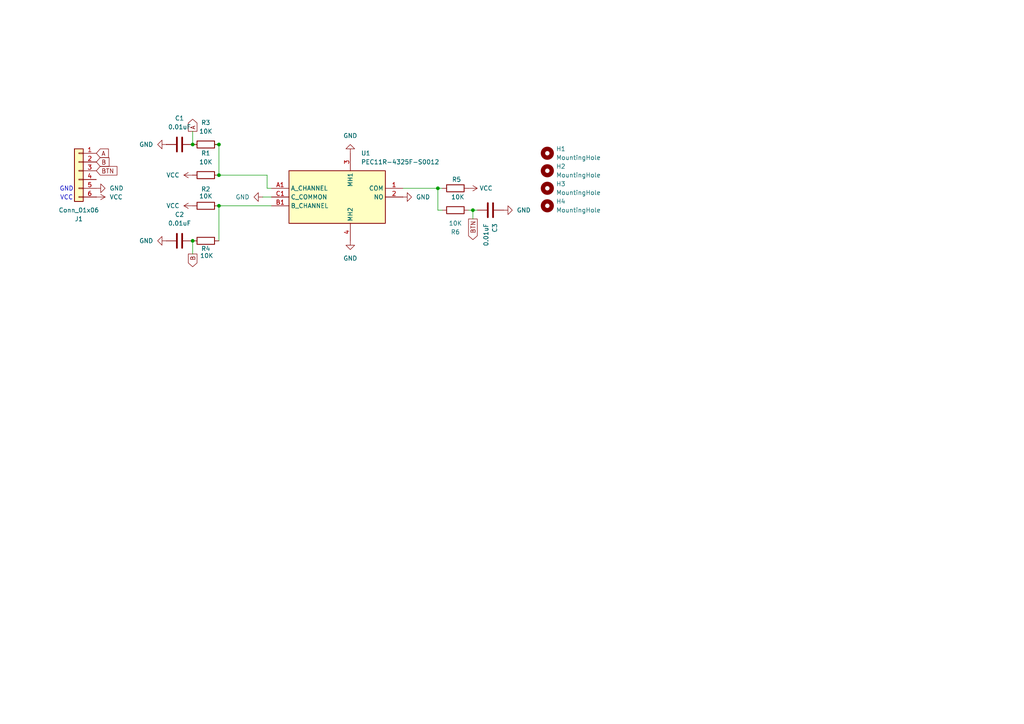
<source format=kicad_sch>
(kicad_sch (version 20250114) (generator "eeschema") (generator_version "9.0")
  (paper "A4")
  (lib_symbols
    (symbol "Connector_Generic:Conn_01x06" (pin_names (offset 1.016) (hide yes))
      (property "Reference" "J" (at 0 7.62 0))
      (property "Value" "Conn_01x06" (at 0 -10.16 0))
      (symbol "Conn_01x06_1_1"
        (rectangle (start -1.27 6.35) (end 1.27 -8.89) (stroke (width 0.254)) (fill (type background)))
        (rectangle (start -1.27 5.207) (end 0 4.953) (stroke (width 0.1524)))
        (rectangle (start -1.27 2.667) (end 0 2.413) (stroke (width 0.1524)))
        (rectangle (start -1.27 0.127) (end 0 -0.127) (stroke (width 0.1524)))
        (rectangle (start -1.27 -2.413) (end 0 -2.667) (stroke (width 0.1524)))
        (rectangle (start -1.27 -4.953) (end 0 -5.207) (stroke (width 0.1524)))
        (rectangle (start -1.27 -7.493) (end 0 -7.747) (stroke (width 0.1524)))
        (pin passive line (at -5.08 5.08 0) (length 3.81) (name "Pin_1") (number "1"))
        (pin passive line (at -5.08 2.54 0) (length 3.81) (name "Pin_2") (number "2"))
        (pin passive line (at -5.08 0 0) (length 3.81) (name "Pin_3") (number "3"))
        (pin passive line (at -5.08 -2.54 0) (length 3.81) (name "Pin_4") (number "4"))
        (pin passive line (at -5.08 -5.08 0) (length 3.81) (name "Pin_5") (number "5"))
        (pin passive line (at -5.08 -7.62 0) (length 3.81) (name "Pin_6") (number "6"))
      )
    )
    (symbol "Device:C" (pin_numbers (hide yes)) (pin_names (offset 0.254))
      (property "Reference" "C" (at 0.635 2.54 0))
      (property "Value" "C" (at 0.635 -2.54 0))
      (symbol "C_0_1"
        (polyline (pts (xy -2.032 0.762) (xy 2.032 0.762)) (stroke (width 0.508)))
        (polyline (pts (xy -2.032 -0.762) (xy 2.032 -0.762)) (stroke (width 0.508)))
      )
      (symbol "C_1_1"
        (pin passive line (at 0 3.81 270) (length 2.794) (name "~") (number "1"))
        (pin passive line (at 0 -3.81 90) (length 2.794) (name "~") (number "2"))
      )
    )
    (symbol "Device:R" (pin_numbers (hide yes)) (pin_names (offset 0))
      (property "Reference" "R" (at 2.032 0 90))
      (property "Value" "R" (at 0 0 90))
      (symbol "R_0_1"
        (rectangle (start -1.016 -2.54) (end 1.016 2.54) (stroke (width 0.254)))
      )
      (symbol "R_1_1"
        (pin passive line (at 0 3.81 270) (length 1.27) (name "~") (number "1"))
        (pin passive line (at 0 -3.81 90) (length 1.27) (name "~") (number "2"))
      )
    )
    (symbol "Mechanical:MountingHole" (pin_names (offset 1.016)) (in_bom no)
      (property "Reference" "H" (at 0 5.08 0))
      (property "Value" "MountingHole" (at 0 3.175 0))
      (symbol "MountingHole_0_1"
        (circle (center 0 0) (radius 1.27) (stroke (width 1.27)))
      )
    )
    (symbol "SamacSys_Parts:PEC11R-4325F-S0012"
      (property "Reference" "U" (at 21.59 15.24 0))
      (property "Value" "PEC11R-4325F-S0012" (at 21.59 12.7 0))
      (symbol "PEC11R-4325F-S0012_1_1"
        (rectangle (start 5.08 10.16) (end 20.32 -17.78) (stroke (width 0.254)) (fill (type background)))
        (pin passive line (at 0 0 0) (length 5.08) (name "MH1") (number "3"))
        (pin passive line (at 10.16 15.24 270) (length 5.08) (name "COM") (number "1"))
        (pin passive line (at 10.16 -22.86 90) (length 5.08) (name "A_CHANNEL") (number "A1"))
        (pin passive line (at 12.7 15.24 270) (length 5.08) (name "NO") (number "2"))
        (pin passive line (at 12.7 -22.86 90) (length 5.08) (name "C_COMMON") (number "C1"))
        (pin passive line (at 15.24 -22.86 90) (length 5.08) (name "B_CHANNEL") (number "B1"))
        (pin passive line (at 25.4 0 180) (length 5.08) (name "MH2") (number "4"))
      )
    )
    (symbol "power:GND" (power) (pin_numbers (hide yes)) (pin_names (offset 0) (hide yes))
      (property "Value" "GND" (at 0 -3.81 0))
      (symbol "GND_0_1"
        (polyline (pts (xy 0 0) (xy 0 -1.27) (xy 1.27 -1.27) (xy 0 -2.54) (xy -1.27 -1.27) (xy 0 -1.27)))
      )
      (symbol "GND_1_1"
        (pin power_in line (at 0 0 270) (length 0) (name "~") (number "1"))
      )
    )
    (symbol "power:VCC" (power) (pin_numbers (hide yes)) (pin_names (offset 0) (hide yes))
      (property "Value" "VCC" (at 0 3.556 0))
      (symbol "VCC_0_1"
        (polyline (pts (xy -0.762 1.27) (xy 0 2.54)))
        (polyline (pts (xy 0 2.54) (xy 0.762 1.27)))
        (polyline (pts (xy 0 0) (xy 0 2.54)))
      )
      (symbol "VCC_1_1"
        (pin power_in line (at 0 0 90) (length 0) (name "~") (number "1"))
      )
    )
  )
  (text "VCC\n" (at 19.304 57.404 0) (effects (font (size 1.27 1.27))))
  (text "GND\n" (at 19.304 54.864 0) (effects (font (size 1.27 1.27))))
  (junction (at 55.88 41.91))
  (junction (at 63.5 50.8))
  (junction (at 137.16 60.96))
  (junction (at 63.5 41.91))
  (junction (at 63.5 59.69))
  (junction (at 55.88 69.85))
  (junction (at 127 54.61))
  (wire (pts (xy 116.84 54.61) (xy 127 54.61)))
  (wire (pts (xy 137.16 60.96) (xy 137.16 63.5)))
  (wire (pts (xy 63.5 59.69) (xy 63.5 69.85)))
  (wire (pts (xy 63.5 41.91) (xy 63.5 50.8)))
  (wire (pts (xy 128.27 60.96) (xy 127 60.96)))
  (wire (pts (xy 135.89 60.96) (xy 137.16 60.96)))
  (wire (pts (xy 62.23 41.91) (xy 63.5 41.91)))
  (wire (pts (xy 63.5 59.69) (xy 78.74 59.69)))
  (wire (pts (xy 55.88 38.1) (xy 55.88 41.91)))
  (wire (pts (xy 78.74 57.15) (xy 76.2 57.15)))
  (wire (pts (xy 127 54.61) (xy 127 60.96)))
  (wire (pts (xy 78.74 54.61) (xy 77.47 54.61)))
  (wire (pts (xy 128.27 54.61) (xy 127 54.61)))
  (wire (pts (xy 55.88 69.85) (xy 55.88 73.66)))
  (wire (pts (xy 137.16 60.96) (xy 138.43 60.96)))
  (wire (pts (xy 77.47 54.61) (xy 77.47 50.8)))
  (wire (pts (xy 77.47 50.8) (xy 63.5 50.8)))
  (global_label "A" (shape input) (at 27.94 44.45 0) (property "Intersheetrefs" "${INTERSHEET_REFS}" (effects (hide yes))))
  (global_label "B" (shape input) (at 27.94 46.99 0) (property "Intersheetrefs" "${INTERSHEET_REFS}" (effects (hide yes))))
  (global_label "BTN" (shape input) (at 27.94 49.53 0) (property "Intersheetrefs" "${INTERSHEET_REFS}" (effects (hide yes))))
  (global_label "A" (shape output) (at 55.88 38.1 90) (property "Intersheetrefs" "${INTERSHEET_REFS}" (effects (hide yes))))
  (global_label "BTN" (shape output) (at 137.16 63.5 270) (property "Intersheetrefs" "${INTERSHEET_REFS}" (effects (hide yes))))
  (global_label "B" (shape output) (at 55.88 73.66 270) (property "Intersheetrefs" "${INTERSHEET_REFS}" (effects (hide yes))))
  (symbol (lib_id "Mechanical:MountingHole") (at 158.75 59.69 0) (unit 1) (in_bom no)
    (property "Reference" "H4" (at 161.29 58.4199 0) (effects (justify left)))
    (property "Value" "MountingHole" (at 161.29 60.9599 0) (effects (justify left)))
    (property "Footprint" "MountingHole:MountingHole_3.2mm_M3" (effects (hide yes)))
    (property "Description" "Mounting Hole without connection" (effects (hide yes)))
  )
  (symbol (lib_id "power:GND") (at 48.26 41.91 270) (unit 1)
    (property "Reference" "#PWR06" (effects (hide yes)))
    (property "Value" "GND" (at 44.45 41.9099 90) (effects (justify right)))
    (property "Description" "Power symbol creates a global label with name \"GND\" , ground" (effects (hide yes)))
  )
  (symbol (lib_id "power:GND") (at 146.05 60.96 90) (unit 1)
    (property "Reference" "#PWR010" (effects (hide yes)))
    (property "Value" "GND" (at 149.86 60.9601 90) (effects (justify right)))
    (property "Description" "Power symbol creates a global label with name \"GND\" , ground" (effects (hide yes)))
  )
  (symbol (lib_id "power:GND") (at 27.94 54.61 90) (unit 1)
    (property "Reference" "#PWR05" (effects (hide yes)))
    (property "Value" "GND" (at 31.75 54.6099 90) (effects (justify right)))
    (property "Description" "Power symbol creates a global label with name \"GND\" , ground" (effects (hide yes)))
  )
  (symbol (lib_id "power:GND") (at 48.26 69.85 270) (unit 1)
    (property "Reference" "#PWR09" (effects (hide yes)))
    (property "Value" "GND" (at 44.45 69.8499 90) (effects (justify right)))
    (property "Description" "Power symbol creates a global label with name \"GND\" , ground" (effects (hide yes)))
  )
  (symbol (lib_id "Connector_Generic:Conn_01x06") (at 22.86 49.53 0) (mirror y) (unit 1)
    (property "Reference" "J1" (at 22.86 63.5 0))
    (property "Value" "Conn_01x06" (at 22.86 60.96 0))
    (property "Footprint" "Connector_PinHeader_2.54mm:PinHeader_1x06_P2.54mm_Vertical" (effects (hide yes)))
    (property "Description" "Generic connector, single row, 01x06, script generated (kicad-library-utils/schlib/autogen/connector/)" (effects (hide yes)))
  )
  (symbol (lib_id "Device:R") (at 132.08 60.96 90) (unit 1)
    (property "Reference" "R6" (at 132.08 67.31 90))
    (property "Value" "10K" (at 132.08 64.77 90))
    (property "Footprint" "Resistor_THT:R_Axial_DIN0204_L3.6mm_D1.6mm_P5.08mm_Horizontal" (effects (hide yes)))
    (property "Description" "Resistor" (effects (hide yes)))
  )
  (symbol (lib_id "power:VCC") (at 27.94 57.15 270) (unit 1)
    (property "Reference" "#PWR01" (effects (hide yes)))
    (property "Value" "VCC" (at 31.75 57.1499 90) (effects (justify left)))
    (property "Description" "Power symbol creates a global label with name \"VCC\"" (effects (hide yes)))
  )
  (symbol (lib_id "power:GND") (at 101.6 69.85 0) (unit 1)
    (property "Reference" "#PWR012" (effects (hide yes)))
    (property "Value" "GND" (at 101.6 74.93 0))
    (property "Description" "Power symbol creates a global label with name \"GND\" , ground" (effects (hide yes)))
  )
  (symbol (lib_id "power:GND") (at 76.2 57.15 270) (unit 1)
    (property "Reference" "#PWR07" (effects (hide yes)))
    (property "Value" "GND" (at 72.39 57.1499 90) (effects (justify right)))
    (property "Description" "Power symbol creates a global label with name \"GND\" , ground" (effects (hide yes)))
  )
  (symbol (lib_id "Device:R") (at 59.69 69.85 90) (unit 1)
    (property "Reference" "R4" (at 59.69 72.136 90))
    (property "Value" "10K" (at 59.944 74.168 90))
    (property "Footprint" "Resistor_THT:R_Axial_DIN0204_L3.6mm_D1.6mm_P5.08mm_Horizontal" (effects (hide yes)))
    (property "Description" "Resistor" (effects (hide yes)))
  )
  (symbol (lib_id "Mechanical:MountingHole") (at 158.75 49.53 0) (unit 1) (in_bom no)
    (property "Reference" "H2" (at 161.29 48.2599 0) (effects (justify left)))
    (property "Value" "MountingHole" (at 161.29 50.7999 0) (effects (justify left)))
    (property "Footprint" "MountingHole:MountingHole_3.2mm_M3" (effects (hide yes)))
    (property "Description" "Mounting Hole without connection" (effects (hide yes)))
  )
  (symbol (lib_id "Mechanical:MountingHole") (at 158.75 54.61 0) (unit 1) (in_bom no)
    (property "Reference" "H3" (at 161.29 53.3399 0) (effects (justify left)))
    (property "Value" "MountingHole" (at 161.29 55.8799 0) (effects (justify left)))
    (property "Footprint" "MountingHole:MountingHole_3.2mm_M3" (effects (hide yes)))
    (property "Description" "Mounting Hole without connection" (effects (hide yes)))
  )
  (symbol (lib_id "Device:C") (at 52.07 41.91 90) (unit 1)
    (property "Reference" "C1" (at 52.07 34.29 90))
    (property "Value" "0.01uF" (at 52.07 36.83 90))
    (property "Footprint" "Capacitor_THT:C_Disc_D3.8mm_W2.6mm_P2.50mm" (effects (hide yes)))
    (property "Description" "Unpolarized capacitor" (effects (hide yes)))
  )
  (symbol (lib_id "power:VCC") (at 55.88 59.69 90) (unit 1)
    (property "Reference" "#PWR03" (effects (hide yes)))
    (property "Value" "VCC" (at 52.07 59.6899 90) (effects (justify left)))
    (property "Description" "Power symbol creates a global label with name \"VCC\"" (effects (hide yes)))
  )
  (symbol (lib_id "Device:C") (at 52.07 69.85 90) (unit 1)
    (property "Reference" "C2" (at 52.07 62.23 90))
    (property "Value" "0.01uF" (at 52.07 64.77 90))
    (property "Footprint" "Capacitor_THT:C_Disc_D3.8mm_W2.6mm_P2.50mm" (effects (hide yes)))
    (property "Description" "Unpolarized capacitor" (effects (hide yes)))
  )
  (symbol (lib_id "power:GND") (at 116.84 57.15 90) (unit 1)
    (property "Reference" "#PWR011" (effects (hide yes)))
    (property "Value" "GND" (at 120.65 57.1499 90) (effects (justify right)))
    (property "Description" "Power symbol creates a global label with name \"GND\" , ground" (effects (hide yes)))
  )
  (symbol (lib_id "SamacSys_Parts:PEC11R-4325F-S0012") (at 101.6 44.45 270) (unit 1)
    (property "Reference" "U1" (at 104.7181 44.45 90) (effects (justify left)))
    (property "Value" "PEC11R-4325F-S0012" (at 104.7181 46.99 90) (effects (justify left)))
    (property "Footprint" "SamacSys_Parts:PEC11R4325FS0012" (effects (hide yes)))
    (property "Datasheet" "https://www.bourns.com/docs/product-datasheets/pec11r.pdf" (effects (hide yes)))
    (property "Description" "Rotary Encoder Mechanical 12 Quadrature (Incremental) Vertical" (effects (hide yes)))
    (property "Height" "31.5" (effects (hide yes)))
    (property "Mouser Part Number" "652-PEC11R4325FS0012" (effects (hide yes)))
    (property "Mouser Price/Stock" "https://www.mouser.co.uk/ProductDetail/Bourns/PEC11R-4325F-S0012?qs=Zq5ylnUbLm4xKJFZnkQTMQ%3D%3D" (effects (hide yes)))
    (property "Manufacturer_Name" "Bourns" (effects (hide yes)))
    (property "Manufacturer_Part_Number" "PEC11R-4325F-S0012" (effects (hide yes)))
  )
  (symbol (lib_id "Mechanical:MountingHole") (at 158.75 44.45 0) (unit 1) (in_bom no)
    (property "Reference" "H1" (at 161.29 43.1799 0) (effects (justify left)))
    (property "Value" "MountingHole" (at 161.29 45.7199 0) (effects (justify left)))
    (property "Footprint" "MountingHole:MountingHole_3.2mm_M3" (effects (hide yes)))
    (property "Description" "Mounting Hole without connection" (effects (hide yes)))
  )
  (symbol (lib_id "Device:C") (at 142.24 60.96 90) (unit 1)
    (property "Reference" "C3" (at 143.5101 64.77 0) (effects (justify right)))
    (property "Value" "0.01uF" (at 140.9701 64.77 0) (effects (justify right)))
    (property "Footprint" "Capacitor_THT:C_Disc_D3.8mm_W2.6mm_P2.50mm" (effects (hide yes)))
    (property "Description" "Unpolarized capacitor" (effects (hide yes)))
  )
  (symbol (lib_id "Device:R") (at 59.69 41.91 270) (unit 1)
    (property "Reference" "R3" (at 59.69 35.56 90))
    (property "Value" "10K" (at 59.69 38.1 90))
    (property "Footprint" "Resistor_THT:R_Axial_DIN0204_L3.6mm_D1.6mm_P5.08mm_Horizontal" (effects (hide yes)))
    (property "Description" "Resistor" (effects (hide yes)))
  )
  (symbol (lib_id "Device:R") (at 59.69 50.8 90) (unit 1)
    (property "Reference" "R1" (at 59.69 44.45 90))
    (property "Value" "10K" (at 59.69 46.99 90))
    (property "Footprint" "Resistor_THT:R_Axial_DIN0204_L3.6mm_D1.6mm_P5.08mm_Horizontal" (effects (hide yes)))
    (property "Description" "Resistor" (effects (hide yes)))
  )
  (symbol (lib_id "Device:R") (at 132.08 54.61 90) (unit 1)
    (property "Reference" "R5" (at 131.064 52.07 90) (effects (justify right)))
    (property "Value" "10K" (at 130.8101 57.15 90) (effects (justify right)))
    (property "Footprint" "Resistor_THT:R_Axial_DIN0204_L3.6mm_D1.6mm_P5.08mm_Horizontal" (effects (hide yes)))
    (property "Description" "Resistor" (effects (hide yes)))
  )
  (symbol (lib_id "power:VCC") (at 135.89 54.61 270) (unit 1)
    (property "Reference" "#PWR02" (effects (hide yes)))
    (property "Value" "VCC" (at 140.97 54.61 90))
    (property "Description" "Power symbol creates a global label with name \"VCC\"" (effects (hide yes)))
  )
  (symbol (lib_id "power:GND") (at 101.6 44.45 180) (unit 1)
    (property "Reference" "#PWR08" (effects (hide yes)))
    (property "Value" "GND" (at 101.6 39.37 0))
    (property "Description" "Power symbol creates a global label with name \"GND\" , ground" (effects (hide yes)))
  )
  (symbol (lib_id "Device:R") (at 59.69 59.69 90) (unit 1)
    (property "Reference" "R2" (at 59.69 54.864 90))
    (property "Value" "10K" (at 59.69 56.896 90))
    (property "Footprint" "Resistor_THT:R_Axial_DIN0204_L3.6mm_D1.6mm_P5.08mm_Horizontal" (effects (hide yes)))
    (property "Description" "Resistor" (effects (hide yes)))
  )
  (symbol (lib_id "power:VCC") (at 55.88 50.8 90) (unit 1)
    (property "Reference" "#PWR04" (effects (hide yes)))
    (property "Value" "VCC" (at 52.07 50.7999 90) (effects (justify left)))
    (property "Description" "Power symbol creates a global label with name \"VCC\"" (effects (hide yes)))
  )
)
</source>
